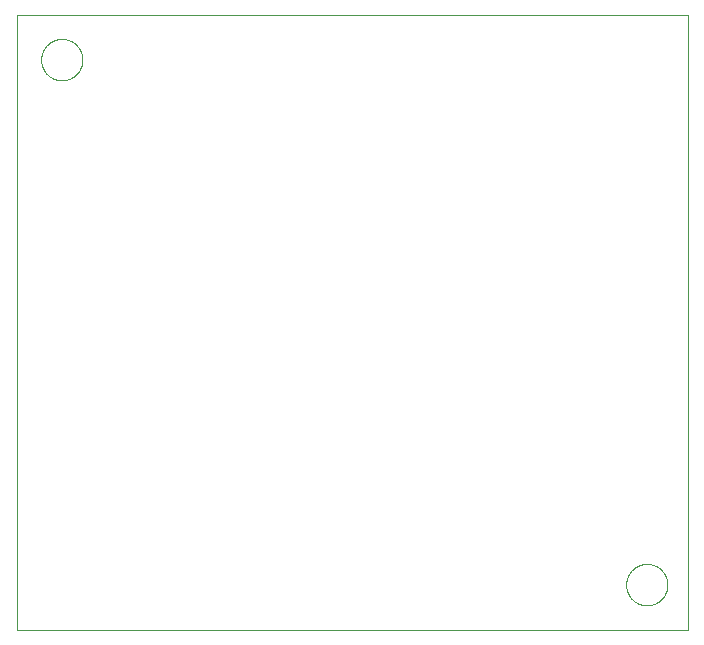
<source format=gbo>
G75*
%MOIN*%
%OFA0B0*%
%FSLAX25Y25*%
%IPPOS*%
%LPD*%
%AMOC8*
5,1,8,0,0,1.08239X$1,22.5*
%
%ADD10C,0.00000*%
D10*
X0093333Y0006300D02*
X0093333Y0211261D01*
X0317034Y0211261D01*
X0317034Y0006300D01*
X0093333Y0006300D01*
X0296443Y0021300D02*
X0296445Y0021469D01*
X0296451Y0021638D01*
X0296462Y0021807D01*
X0296476Y0021975D01*
X0296495Y0022143D01*
X0296518Y0022311D01*
X0296544Y0022478D01*
X0296575Y0022644D01*
X0296610Y0022810D01*
X0296649Y0022974D01*
X0296693Y0023138D01*
X0296740Y0023300D01*
X0296791Y0023461D01*
X0296846Y0023621D01*
X0296905Y0023780D01*
X0296967Y0023937D01*
X0297034Y0024092D01*
X0297105Y0024246D01*
X0297179Y0024398D01*
X0297257Y0024548D01*
X0297338Y0024696D01*
X0297423Y0024842D01*
X0297512Y0024986D01*
X0297604Y0025128D01*
X0297700Y0025267D01*
X0297799Y0025404D01*
X0297901Y0025539D01*
X0298007Y0025671D01*
X0298116Y0025800D01*
X0298228Y0025927D01*
X0298343Y0026051D01*
X0298461Y0026172D01*
X0298582Y0026290D01*
X0298706Y0026405D01*
X0298833Y0026517D01*
X0298962Y0026626D01*
X0299094Y0026732D01*
X0299229Y0026834D01*
X0299366Y0026933D01*
X0299505Y0027029D01*
X0299647Y0027121D01*
X0299791Y0027210D01*
X0299937Y0027295D01*
X0300085Y0027376D01*
X0300235Y0027454D01*
X0300387Y0027528D01*
X0300541Y0027599D01*
X0300696Y0027666D01*
X0300853Y0027728D01*
X0301012Y0027787D01*
X0301172Y0027842D01*
X0301333Y0027893D01*
X0301495Y0027940D01*
X0301659Y0027984D01*
X0301823Y0028023D01*
X0301989Y0028058D01*
X0302155Y0028089D01*
X0302322Y0028115D01*
X0302490Y0028138D01*
X0302658Y0028157D01*
X0302826Y0028171D01*
X0302995Y0028182D01*
X0303164Y0028188D01*
X0303333Y0028190D01*
X0303502Y0028188D01*
X0303671Y0028182D01*
X0303840Y0028171D01*
X0304008Y0028157D01*
X0304176Y0028138D01*
X0304344Y0028115D01*
X0304511Y0028089D01*
X0304677Y0028058D01*
X0304843Y0028023D01*
X0305007Y0027984D01*
X0305171Y0027940D01*
X0305333Y0027893D01*
X0305494Y0027842D01*
X0305654Y0027787D01*
X0305813Y0027728D01*
X0305970Y0027666D01*
X0306125Y0027599D01*
X0306279Y0027528D01*
X0306431Y0027454D01*
X0306581Y0027376D01*
X0306729Y0027295D01*
X0306875Y0027210D01*
X0307019Y0027121D01*
X0307161Y0027029D01*
X0307300Y0026933D01*
X0307437Y0026834D01*
X0307572Y0026732D01*
X0307704Y0026626D01*
X0307833Y0026517D01*
X0307960Y0026405D01*
X0308084Y0026290D01*
X0308205Y0026172D01*
X0308323Y0026051D01*
X0308438Y0025927D01*
X0308550Y0025800D01*
X0308659Y0025671D01*
X0308765Y0025539D01*
X0308867Y0025404D01*
X0308966Y0025267D01*
X0309062Y0025128D01*
X0309154Y0024986D01*
X0309243Y0024842D01*
X0309328Y0024696D01*
X0309409Y0024548D01*
X0309487Y0024398D01*
X0309561Y0024246D01*
X0309632Y0024092D01*
X0309699Y0023937D01*
X0309761Y0023780D01*
X0309820Y0023621D01*
X0309875Y0023461D01*
X0309926Y0023300D01*
X0309973Y0023138D01*
X0310017Y0022974D01*
X0310056Y0022810D01*
X0310091Y0022644D01*
X0310122Y0022478D01*
X0310148Y0022311D01*
X0310171Y0022143D01*
X0310190Y0021975D01*
X0310204Y0021807D01*
X0310215Y0021638D01*
X0310221Y0021469D01*
X0310223Y0021300D01*
X0310221Y0021131D01*
X0310215Y0020962D01*
X0310204Y0020793D01*
X0310190Y0020625D01*
X0310171Y0020457D01*
X0310148Y0020289D01*
X0310122Y0020122D01*
X0310091Y0019956D01*
X0310056Y0019790D01*
X0310017Y0019626D01*
X0309973Y0019462D01*
X0309926Y0019300D01*
X0309875Y0019139D01*
X0309820Y0018979D01*
X0309761Y0018820D01*
X0309699Y0018663D01*
X0309632Y0018508D01*
X0309561Y0018354D01*
X0309487Y0018202D01*
X0309409Y0018052D01*
X0309328Y0017904D01*
X0309243Y0017758D01*
X0309154Y0017614D01*
X0309062Y0017472D01*
X0308966Y0017333D01*
X0308867Y0017196D01*
X0308765Y0017061D01*
X0308659Y0016929D01*
X0308550Y0016800D01*
X0308438Y0016673D01*
X0308323Y0016549D01*
X0308205Y0016428D01*
X0308084Y0016310D01*
X0307960Y0016195D01*
X0307833Y0016083D01*
X0307704Y0015974D01*
X0307572Y0015868D01*
X0307437Y0015766D01*
X0307300Y0015667D01*
X0307161Y0015571D01*
X0307019Y0015479D01*
X0306875Y0015390D01*
X0306729Y0015305D01*
X0306581Y0015224D01*
X0306431Y0015146D01*
X0306279Y0015072D01*
X0306125Y0015001D01*
X0305970Y0014934D01*
X0305813Y0014872D01*
X0305654Y0014813D01*
X0305494Y0014758D01*
X0305333Y0014707D01*
X0305171Y0014660D01*
X0305007Y0014616D01*
X0304843Y0014577D01*
X0304677Y0014542D01*
X0304511Y0014511D01*
X0304344Y0014485D01*
X0304176Y0014462D01*
X0304008Y0014443D01*
X0303840Y0014429D01*
X0303671Y0014418D01*
X0303502Y0014412D01*
X0303333Y0014410D01*
X0303164Y0014412D01*
X0302995Y0014418D01*
X0302826Y0014429D01*
X0302658Y0014443D01*
X0302490Y0014462D01*
X0302322Y0014485D01*
X0302155Y0014511D01*
X0301989Y0014542D01*
X0301823Y0014577D01*
X0301659Y0014616D01*
X0301495Y0014660D01*
X0301333Y0014707D01*
X0301172Y0014758D01*
X0301012Y0014813D01*
X0300853Y0014872D01*
X0300696Y0014934D01*
X0300541Y0015001D01*
X0300387Y0015072D01*
X0300235Y0015146D01*
X0300085Y0015224D01*
X0299937Y0015305D01*
X0299791Y0015390D01*
X0299647Y0015479D01*
X0299505Y0015571D01*
X0299366Y0015667D01*
X0299229Y0015766D01*
X0299094Y0015868D01*
X0298962Y0015974D01*
X0298833Y0016083D01*
X0298706Y0016195D01*
X0298582Y0016310D01*
X0298461Y0016428D01*
X0298343Y0016549D01*
X0298228Y0016673D01*
X0298116Y0016800D01*
X0298007Y0016929D01*
X0297901Y0017061D01*
X0297799Y0017196D01*
X0297700Y0017333D01*
X0297604Y0017472D01*
X0297512Y0017614D01*
X0297423Y0017758D01*
X0297338Y0017904D01*
X0297257Y0018052D01*
X0297179Y0018202D01*
X0297105Y0018354D01*
X0297034Y0018508D01*
X0296967Y0018663D01*
X0296905Y0018820D01*
X0296846Y0018979D01*
X0296791Y0019139D01*
X0296740Y0019300D01*
X0296693Y0019462D01*
X0296649Y0019626D01*
X0296610Y0019790D01*
X0296575Y0019956D01*
X0296544Y0020122D01*
X0296518Y0020289D01*
X0296495Y0020457D01*
X0296476Y0020625D01*
X0296462Y0020793D01*
X0296451Y0020962D01*
X0296445Y0021131D01*
X0296443Y0021300D01*
X0101443Y0196300D02*
X0101445Y0196469D01*
X0101451Y0196638D01*
X0101462Y0196807D01*
X0101476Y0196975D01*
X0101495Y0197143D01*
X0101518Y0197311D01*
X0101544Y0197478D01*
X0101575Y0197644D01*
X0101610Y0197810D01*
X0101649Y0197974D01*
X0101693Y0198138D01*
X0101740Y0198300D01*
X0101791Y0198461D01*
X0101846Y0198621D01*
X0101905Y0198780D01*
X0101967Y0198937D01*
X0102034Y0199092D01*
X0102105Y0199246D01*
X0102179Y0199398D01*
X0102257Y0199548D01*
X0102338Y0199696D01*
X0102423Y0199842D01*
X0102512Y0199986D01*
X0102604Y0200128D01*
X0102700Y0200267D01*
X0102799Y0200404D01*
X0102901Y0200539D01*
X0103007Y0200671D01*
X0103116Y0200800D01*
X0103228Y0200927D01*
X0103343Y0201051D01*
X0103461Y0201172D01*
X0103582Y0201290D01*
X0103706Y0201405D01*
X0103833Y0201517D01*
X0103962Y0201626D01*
X0104094Y0201732D01*
X0104229Y0201834D01*
X0104366Y0201933D01*
X0104505Y0202029D01*
X0104647Y0202121D01*
X0104791Y0202210D01*
X0104937Y0202295D01*
X0105085Y0202376D01*
X0105235Y0202454D01*
X0105387Y0202528D01*
X0105541Y0202599D01*
X0105696Y0202666D01*
X0105853Y0202728D01*
X0106012Y0202787D01*
X0106172Y0202842D01*
X0106333Y0202893D01*
X0106495Y0202940D01*
X0106659Y0202984D01*
X0106823Y0203023D01*
X0106989Y0203058D01*
X0107155Y0203089D01*
X0107322Y0203115D01*
X0107490Y0203138D01*
X0107658Y0203157D01*
X0107826Y0203171D01*
X0107995Y0203182D01*
X0108164Y0203188D01*
X0108333Y0203190D01*
X0108502Y0203188D01*
X0108671Y0203182D01*
X0108840Y0203171D01*
X0109008Y0203157D01*
X0109176Y0203138D01*
X0109344Y0203115D01*
X0109511Y0203089D01*
X0109677Y0203058D01*
X0109843Y0203023D01*
X0110007Y0202984D01*
X0110171Y0202940D01*
X0110333Y0202893D01*
X0110494Y0202842D01*
X0110654Y0202787D01*
X0110813Y0202728D01*
X0110970Y0202666D01*
X0111125Y0202599D01*
X0111279Y0202528D01*
X0111431Y0202454D01*
X0111581Y0202376D01*
X0111729Y0202295D01*
X0111875Y0202210D01*
X0112019Y0202121D01*
X0112161Y0202029D01*
X0112300Y0201933D01*
X0112437Y0201834D01*
X0112572Y0201732D01*
X0112704Y0201626D01*
X0112833Y0201517D01*
X0112960Y0201405D01*
X0113084Y0201290D01*
X0113205Y0201172D01*
X0113323Y0201051D01*
X0113438Y0200927D01*
X0113550Y0200800D01*
X0113659Y0200671D01*
X0113765Y0200539D01*
X0113867Y0200404D01*
X0113966Y0200267D01*
X0114062Y0200128D01*
X0114154Y0199986D01*
X0114243Y0199842D01*
X0114328Y0199696D01*
X0114409Y0199548D01*
X0114487Y0199398D01*
X0114561Y0199246D01*
X0114632Y0199092D01*
X0114699Y0198937D01*
X0114761Y0198780D01*
X0114820Y0198621D01*
X0114875Y0198461D01*
X0114926Y0198300D01*
X0114973Y0198138D01*
X0115017Y0197974D01*
X0115056Y0197810D01*
X0115091Y0197644D01*
X0115122Y0197478D01*
X0115148Y0197311D01*
X0115171Y0197143D01*
X0115190Y0196975D01*
X0115204Y0196807D01*
X0115215Y0196638D01*
X0115221Y0196469D01*
X0115223Y0196300D01*
X0115221Y0196131D01*
X0115215Y0195962D01*
X0115204Y0195793D01*
X0115190Y0195625D01*
X0115171Y0195457D01*
X0115148Y0195289D01*
X0115122Y0195122D01*
X0115091Y0194956D01*
X0115056Y0194790D01*
X0115017Y0194626D01*
X0114973Y0194462D01*
X0114926Y0194300D01*
X0114875Y0194139D01*
X0114820Y0193979D01*
X0114761Y0193820D01*
X0114699Y0193663D01*
X0114632Y0193508D01*
X0114561Y0193354D01*
X0114487Y0193202D01*
X0114409Y0193052D01*
X0114328Y0192904D01*
X0114243Y0192758D01*
X0114154Y0192614D01*
X0114062Y0192472D01*
X0113966Y0192333D01*
X0113867Y0192196D01*
X0113765Y0192061D01*
X0113659Y0191929D01*
X0113550Y0191800D01*
X0113438Y0191673D01*
X0113323Y0191549D01*
X0113205Y0191428D01*
X0113084Y0191310D01*
X0112960Y0191195D01*
X0112833Y0191083D01*
X0112704Y0190974D01*
X0112572Y0190868D01*
X0112437Y0190766D01*
X0112300Y0190667D01*
X0112161Y0190571D01*
X0112019Y0190479D01*
X0111875Y0190390D01*
X0111729Y0190305D01*
X0111581Y0190224D01*
X0111431Y0190146D01*
X0111279Y0190072D01*
X0111125Y0190001D01*
X0110970Y0189934D01*
X0110813Y0189872D01*
X0110654Y0189813D01*
X0110494Y0189758D01*
X0110333Y0189707D01*
X0110171Y0189660D01*
X0110007Y0189616D01*
X0109843Y0189577D01*
X0109677Y0189542D01*
X0109511Y0189511D01*
X0109344Y0189485D01*
X0109176Y0189462D01*
X0109008Y0189443D01*
X0108840Y0189429D01*
X0108671Y0189418D01*
X0108502Y0189412D01*
X0108333Y0189410D01*
X0108164Y0189412D01*
X0107995Y0189418D01*
X0107826Y0189429D01*
X0107658Y0189443D01*
X0107490Y0189462D01*
X0107322Y0189485D01*
X0107155Y0189511D01*
X0106989Y0189542D01*
X0106823Y0189577D01*
X0106659Y0189616D01*
X0106495Y0189660D01*
X0106333Y0189707D01*
X0106172Y0189758D01*
X0106012Y0189813D01*
X0105853Y0189872D01*
X0105696Y0189934D01*
X0105541Y0190001D01*
X0105387Y0190072D01*
X0105235Y0190146D01*
X0105085Y0190224D01*
X0104937Y0190305D01*
X0104791Y0190390D01*
X0104647Y0190479D01*
X0104505Y0190571D01*
X0104366Y0190667D01*
X0104229Y0190766D01*
X0104094Y0190868D01*
X0103962Y0190974D01*
X0103833Y0191083D01*
X0103706Y0191195D01*
X0103582Y0191310D01*
X0103461Y0191428D01*
X0103343Y0191549D01*
X0103228Y0191673D01*
X0103116Y0191800D01*
X0103007Y0191929D01*
X0102901Y0192061D01*
X0102799Y0192196D01*
X0102700Y0192333D01*
X0102604Y0192472D01*
X0102512Y0192614D01*
X0102423Y0192758D01*
X0102338Y0192904D01*
X0102257Y0193052D01*
X0102179Y0193202D01*
X0102105Y0193354D01*
X0102034Y0193508D01*
X0101967Y0193663D01*
X0101905Y0193820D01*
X0101846Y0193979D01*
X0101791Y0194139D01*
X0101740Y0194300D01*
X0101693Y0194462D01*
X0101649Y0194626D01*
X0101610Y0194790D01*
X0101575Y0194956D01*
X0101544Y0195122D01*
X0101518Y0195289D01*
X0101495Y0195457D01*
X0101476Y0195625D01*
X0101462Y0195793D01*
X0101451Y0195962D01*
X0101445Y0196131D01*
X0101443Y0196300D01*
M02*

</source>
